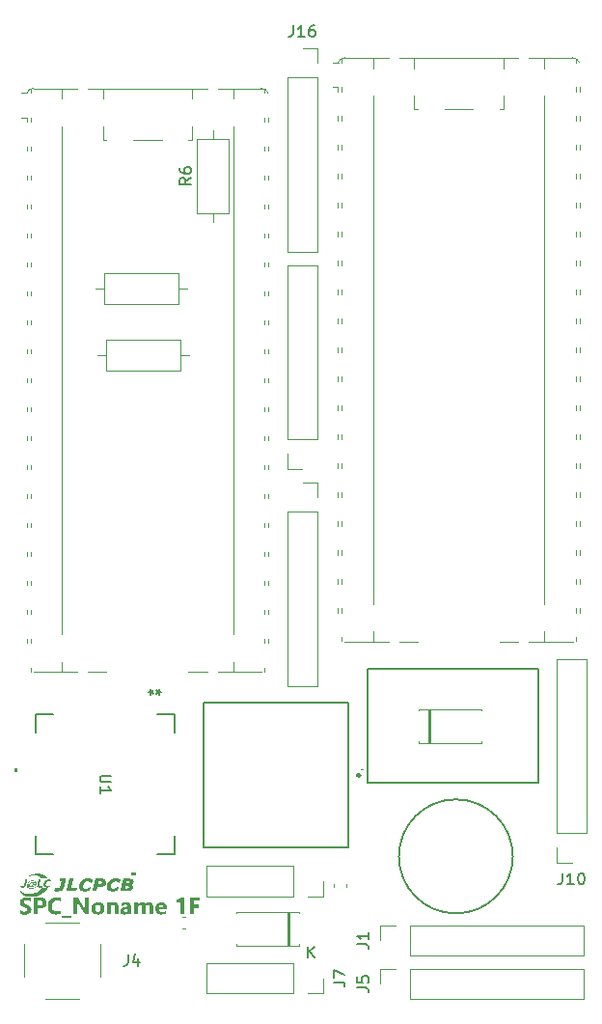
<source format=gbr>
%TF.GenerationSoftware,KiCad,Pcbnew,9.0.2*%
%TF.CreationDate,2025-11-02T21:23:42+09:00*%
%TF.ProjectId,kicad2026_2,6b696361-6432-4303-9236-5f322e6b6963,rev?*%
%TF.SameCoordinates,Original*%
%TF.FileFunction,Legend,Top*%
%TF.FilePolarity,Positive*%
%FSLAX46Y46*%
G04 Gerber Fmt 4.6, Leading zero omitted, Abs format (unit mm)*
G04 Created by KiCad (PCBNEW 9.0.2) date 2025-11-02 21:23:42*
%MOMM*%
%LPD*%
G01*
G04 APERTURE LIST*
%ADD10C,0.200000*%
%ADD11C,0.150000*%
%ADD12C,0.120000*%
%ADD13C,0.100000*%
%ADD14C,0.000000*%
%ADD15C,0.250000*%
%ADD16C,0.152400*%
G04 APERTURE END LIST*
D10*
G36*
X106018383Y-153101923D02*
G01*
X106018383Y-152771737D01*
X106111967Y-152838781D01*
X106212007Y-152886043D01*
X106317648Y-152914721D01*
X106423124Y-152924145D01*
X106483608Y-152921152D01*
X106532301Y-152912971D01*
X106576368Y-152899007D01*
X106610153Y-152881738D01*
X106637936Y-152859490D01*
X106656773Y-152834752D01*
X106668298Y-152806556D01*
X106672160Y-152775951D01*
X106665960Y-152735156D01*
X106647522Y-152699197D01*
X106619342Y-152667502D01*
X106580386Y-152636732D01*
X106479453Y-152581503D01*
X106353515Y-152527189D01*
X106242760Y-152472598D01*
X106158715Y-152414129D01*
X106096785Y-152352159D01*
X106050238Y-152279319D01*
X106022015Y-152196931D01*
X106012247Y-152102390D01*
X106017731Y-152027101D01*
X106033344Y-151961954D01*
X106058317Y-151905286D01*
X106112701Y-151830256D01*
X106183888Y-151769640D01*
X106268246Y-151724022D01*
X106367803Y-151691329D01*
X106474265Y-151672637D01*
X106589179Y-151666233D01*
X106700710Y-151669896D01*
X106792511Y-151679972D01*
X106878877Y-151697699D01*
X106956001Y-151722195D01*
X106956001Y-152026186D01*
X106875493Y-151982406D01*
X106785825Y-151950990D01*
X106694142Y-151932580D01*
X106607589Y-151926535D01*
X106552665Y-151929334D01*
X106505098Y-151937251D01*
X106461403Y-151950609D01*
X106427246Y-151967385D01*
X106398616Y-151989146D01*
X106378061Y-152013913D01*
X106365059Y-152042502D01*
X106360659Y-152074729D01*
X106365572Y-152109847D01*
X106380076Y-152140767D01*
X106402833Y-152168306D01*
X106435397Y-152195996D01*
X106522501Y-152247195D01*
X106638363Y-152298944D01*
X106723634Y-152337749D01*
X106796633Y-152377255D01*
X106862753Y-152422044D01*
X106917075Y-152470861D01*
X106961394Y-152526819D01*
X106993920Y-152590204D01*
X107013549Y-152660667D01*
X107020573Y-152746275D01*
X107014915Y-152827072D01*
X106999013Y-152895111D01*
X106973953Y-152952538D01*
X106918971Y-153028084D01*
X106847374Y-153087727D01*
X106762463Y-153131500D01*
X106661444Y-153161915D01*
X106553577Y-153178698D01*
X106437504Y-153184447D01*
X106318336Y-153179163D01*
X106207427Y-153163747D01*
X106103074Y-153137148D01*
X106018383Y-153101923D01*
G37*
G36*
X107926294Y-151698938D02*
G01*
X108041852Y-151724283D01*
X108133394Y-151762982D01*
X108205331Y-151813658D01*
X108260825Y-151876425D01*
X108301522Y-151952876D01*
X108327375Y-152045905D01*
X108336645Y-152159451D01*
X108326235Y-152267398D01*
X108296233Y-152361542D01*
X108247069Y-152444678D01*
X108177276Y-152518671D01*
X108094431Y-152576750D01*
X107997709Y-152619439D01*
X107884511Y-152646352D01*
X107751561Y-152655875D01*
X107593750Y-152655875D01*
X107593750Y-153161000D01*
X107262831Y-153161000D01*
X107262831Y-152404824D01*
X107593750Y-152404824D01*
X107723901Y-152404824D01*
X107811930Y-152396996D01*
X107877135Y-152376016D01*
X107924925Y-152344113D01*
X107958927Y-152301254D01*
X107980466Y-152245166D01*
X107988324Y-152171724D01*
X107980555Y-152100297D01*
X107959214Y-152045592D01*
X107925405Y-152003630D01*
X107877690Y-151972268D01*
X107812349Y-151951579D01*
X107723901Y-151943846D01*
X107593750Y-151943846D01*
X107593750Y-152404824D01*
X107262831Y-152404824D01*
X107262831Y-151689681D01*
X107781328Y-151689681D01*
X107926294Y-151698938D01*
G37*
G36*
X109605822Y-153106411D02*
G01*
X109495733Y-153147550D01*
X109357685Y-153174575D01*
X109185694Y-153184447D01*
X109049554Y-153175624D01*
X108930623Y-153150461D01*
X108826344Y-153110294D01*
X108734603Y-153055579D01*
X108653825Y-152985877D01*
X108585610Y-152903289D01*
X108532179Y-152810699D01*
X108493089Y-152706696D01*
X108468711Y-152589404D01*
X108460201Y-152456573D01*
X108469607Y-152315923D01*
X108496690Y-152190530D01*
X108540392Y-152078126D01*
X108600554Y-151976846D01*
X108677913Y-151885319D01*
X108769093Y-151807259D01*
X108869644Y-151746698D01*
X108980889Y-151702802D01*
X109104641Y-151675650D01*
X109243122Y-151666233D01*
X109386190Y-151672995D01*
X109505961Y-151691804D01*
X109605822Y-151720822D01*
X109605822Y-152041390D01*
X109504131Y-151991682D01*
X109392831Y-151961460D01*
X109269683Y-151951081D01*
X109167947Y-151959784D01*
X109079924Y-151984674D01*
X109003100Y-152024920D01*
X108935650Y-152081049D01*
X108881472Y-152149554D01*
X108842048Y-152229462D01*
X108817340Y-152322982D01*
X108808614Y-152433034D01*
X108816842Y-152538628D01*
X108840165Y-152628671D01*
X108877389Y-152705868D01*
X108928506Y-152772287D01*
X108992291Y-152826633D01*
X109065938Y-152865745D01*
X109151377Y-152890051D01*
X109251273Y-152898591D01*
X109377796Y-152887837D01*
X109495327Y-152856156D01*
X109605822Y-152803428D01*
X109605822Y-153106411D01*
G37*
G36*
X110565422Y-153464624D02*
G01*
X109694482Y-153464624D01*
X109694482Y-153342716D01*
X110565422Y-153342716D01*
X110565422Y-153464624D01*
G37*
G36*
X112054876Y-153161000D02*
G01*
X111720843Y-153161000D01*
X111115151Y-152236571D01*
X111041421Y-152114480D01*
X111037299Y-152114480D01*
X111045542Y-152352525D01*
X111045542Y-153161000D01*
X110733034Y-153161000D01*
X110733034Y-151689681D01*
X111089598Y-151689681D01*
X111672666Y-152585350D01*
X111746397Y-152705426D01*
X111750519Y-152705426D01*
X111744898Y-152641789D01*
X111742275Y-152503284D01*
X111742275Y-151689681D01*
X112054876Y-151689681D01*
X112054876Y-153161000D01*
G37*
G36*
X113004346Y-152098444D02*
G01*
X113113646Y-152127083D01*
X113206071Y-152172548D01*
X113284394Y-152234739D01*
X113348391Y-152312350D01*
X113394414Y-152401191D01*
X113422955Y-152503442D01*
X113432955Y-152622078D01*
X113422456Y-152750860D01*
X113392720Y-152860154D01*
X113345205Y-152953468D01*
X113279723Y-153033413D01*
X113198957Y-153097679D01*
X113104104Y-153144555D01*
X112992409Y-153174016D01*
X112860236Y-153184447D01*
X112729899Y-153174297D01*
X112619977Y-153145666D01*
X112526861Y-153100194D01*
X112447801Y-153037993D01*
X112383526Y-152960364D01*
X112336994Y-152870037D01*
X112307931Y-152764530D01*
X112297684Y-152640487D01*
X112298028Y-152636366D01*
X112626587Y-152636366D01*
X112635091Y-152737988D01*
X112657735Y-152812553D01*
X112691784Y-152866493D01*
X112736874Y-152904304D01*
X112795071Y-152927950D01*
X112870494Y-152936510D01*
X112941157Y-152928050D01*
X112996207Y-152904505D01*
X113039410Y-152866394D01*
X113072460Y-152811276D01*
X113094659Y-152734180D01*
X113103044Y-152628214D01*
X113094821Y-152529127D01*
X113072944Y-152456515D01*
X113040099Y-152404080D01*
X112996687Y-152367399D01*
X112940762Y-152344502D01*
X112868388Y-152336222D01*
X112795611Y-152345466D01*
X112737316Y-152371594D01*
X112690060Y-152414624D01*
X112656427Y-152470293D01*
X112634601Y-152542656D01*
X112626587Y-152636366D01*
X112298028Y-152636366D01*
X112308378Y-152512328D01*
X112338604Y-152404289D01*
X112386852Y-152312664D01*
X112453389Y-152234739D01*
X112535147Y-152172470D01*
X112630690Y-152126980D01*
X112742667Y-152098393D01*
X112874524Y-152088285D01*
X113004346Y-152098444D01*
G37*
G36*
X114657253Y-153161000D02*
G01*
X114334486Y-153161000D01*
X114334486Y-152579488D01*
X114325411Y-152481115D01*
X114301975Y-152414705D01*
X114267477Y-152371312D01*
X114221555Y-152345458D01*
X114160280Y-152336222D01*
X114107257Y-152343471D01*
X114061811Y-152364620D01*
X114021977Y-152400610D01*
X113992363Y-152446227D01*
X113974094Y-152500011D01*
X113967664Y-152564101D01*
X113967664Y-153161000D01*
X113643889Y-153161000D01*
X113643889Y-152111732D01*
X113967664Y-152111732D01*
X113967664Y-152279802D01*
X113971785Y-152279802D01*
X114023652Y-152209366D01*
X114082219Y-152156554D01*
X114148166Y-152119155D01*
X114222984Y-152096248D01*
X114308840Y-152088285D01*
X114402714Y-152097392D01*
X114477864Y-152122716D01*
X114538330Y-152162888D01*
X114586682Y-152218810D01*
X114623682Y-152293516D01*
X114648180Y-152391810D01*
X114657253Y-152519862D01*
X114657253Y-153161000D01*
G37*
G36*
X115450181Y-152096423D02*
G01*
X115541409Y-152118897D01*
X115614953Y-152153703D01*
X115673980Y-152200161D01*
X115720547Y-152258982D01*
X115755397Y-152332186D01*
X115777883Y-152422908D01*
X115786021Y-152535158D01*
X115786021Y-153161000D01*
X115479649Y-153161000D01*
X115479649Y-153008134D01*
X115475527Y-153008134D01*
X115428226Y-153072765D01*
X115374367Y-153121345D01*
X115313283Y-153155851D01*
X115243530Y-153177055D01*
X115163019Y-153184447D01*
X115064696Y-153174014D01*
X114986039Y-153144874D01*
X114922684Y-153098168D01*
X114874880Y-153035738D01*
X114845512Y-152960212D01*
X114835123Y-152867816D01*
X114839204Y-152829898D01*
X115133252Y-152829898D01*
X115142981Y-152880130D01*
X115171628Y-152919840D01*
X115215322Y-152945616D01*
X115275676Y-152954920D01*
X115333744Y-152947711D01*
X115382532Y-152926984D01*
X115424236Y-152892454D01*
X115455757Y-152847819D01*
X115474957Y-152795811D01*
X115481664Y-152734368D01*
X115481664Y-152664210D01*
X115291063Y-152688573D01*
X115216217Y-152707362D01*
X115169397Y-152737143D01*
X115142621Y-152776911D01*
X115133252Y-152829898D01*
X114839204Y-152829898D01*
X114845362Y-152772685D01*
X114874114Y-152695710D01*
X114920503Y-152632844D01*
X114986451Y-152581802D01*
X115076400Y-152542398D01*
X115196816Y-152516565D01*
X115481664Y-152478738D01*
X115473669Y-152415560D01*
X115452005Y-152370069D01*
X115417439Y-152337608D01*
X115367110Y-152316518D01*
X115295185Y-152308561D01*
X115203524Y-152315533D01*
X115114162Y-152336432D01*
X115026135Y-152371707D01*
X114938621Y-152422409D01*
X114938621Y-152176945D01*
X115013125Y-152145819D01*
X115123543Y-152115121D01*
X115238736Y-152094609D01*
X115337225Y-152088285D01*
X115450181Y-152096423D01*
G37*
G36*
X117708976Y-153161000D02*
G01*
X117386209Y-153161000D01*
X117386209Y-152564101D01*
X117377564Y-152472460D01*
X117355173Y-152410332D01*
X117322041Y-152369493D01*
X117277657Y-152345006D01*
X117218139Y-152336222D01*
X117168247Y-152343799D01*
X117125524Y-152366091D01*
X117087988Y-152404732D01*
X117060727Y-152452629D01*
X117043773Y-152508845D01*
X117037796Y-152575366D01*
X117037796Y-153161000D01*
X116714022Y-153161000D01*
X116714022Y-152557964D01*
X116705569Y-152468937D01*
X116683656Y-152408505D01*
X116651180Y-152368711D01*
X116607597Y-152344808D01*
X116549066Y-152336222D01*
X116496908Y-152343635D01*
X116453368Y-152365109D01*
X116416259Y-152401618D01*
X116389805Y-152447738D01*
X116372797Y-152505979D01*
X116366617Y-152579488D01*
X116366617Y-153161000D01*
X116042842Y-153161000D01*
X116042842Y-152111732D01*
X116366617Y-152111732D01*
X116366617Y-152277787D01*
X116370739Y-152277787D01*
X116408311Y-152225712D01*
X116454947Y-152180262D01*
X116511606Y-152141041D01*
X116573830Y-152111772D01*
X116639582Y-152094226D01*
X116709900Y-152088285D01*
X116796343Y-152096750D01*
X116867404Y-152120568D01*
X116926279Y-152158771D01*
X116975013Y-152212308D01*
X117014257Y-152283923D01*
X117067793Y-152212319D01*
X117128629Y-152158407D01*
X117197537Y-152120069D01*
X117276126Y-152096500D01*
X117366700Y-152088285D01*
X117459059Y-152097205D01*
X117532949Y-152121996D01*
X117592349Y-152161292D01*
X117639802Y-152215940D01*
X117676083Y-152288874D01*
X117700088Y-152384761D01*
X117708976Y-152509604D01*
X117708976Y-153161000D01*
G37*
G36*
X118541323Y-152097679D02*
G01*
X118636183Y-152124112D01*
X118715756Y-152166097D01*
X118782606Y-152223748D01*
X118835866Y-152294667D01*
X118874888Y-152377874D01*
X118899470Y-152475735D01*
X118908177Y-152591303D01*
X118908177Y-152726675D01*
X118223717Y-152726675D01*
X118236596Y-152797460D01*
X118262225Y-152852307D01*
X118300018Y-152894696D01*
X118351579Y-152926402D01*
X118420452Y-152947205D01*
X118511680Y-152954920D01*
X118624815Y-152945501D01*
X118725516Y-152918258D01*
X118816037Y-152873770D01*
X118816037Y-153106778D01*
X118715960Y-153147927D01*
X118591681Y-153174715D01*
X118437949Y-153184447D01*
X118311440Y-153174628D01*
X118205866Y-153147060D01*
X118117466Y-153103490D01*
X118043375Y-153044129D01*
X117983891Y-152970058D01*
X117940331Y-152882110D01*
X117912833Y-152777525D01*
X117903057Y-152652669D01*
X117913116Y-152527922D01*
X118221702Y-152527922D01*
X118608034Y-152527922D01*
X118599098Y-152440783D01*
X118575682Y-152380737D01*
X118540324Y-152340358D01*
X118491830Y-152315574D01*
X118425584Y-152306546D01*
X118376436Y-152313463D01*
X118332050Y-152334093D01*
X118290854Y-152369927D01*
X118258330Y-152414884D01*
X118235247Y-152467066D01*
X118221702Y-152527922D01*
X117913116Y-152527922D01*
X117913444Y-152523850D01*
X117942874Y-152414358D01*
X117989893Y-152320742D01*
X118054640Y-152240418D01*
X118135167Y-152173635D01*
X118223018Y-152126614D01*
X118319781Y-152098090D01*
X118427691Y-152088285D01*
X118541323Y-152097679D01*
G37*
G36*
X120396349Y-151660371D02*
G01*
X120396349Y-153161000D01*
X120073582Y-153161000D01*
X120073582Y-152024812D01*
X120010568Y-152069326D01*
X119933173Y-152107244D01*
X119848177Y-152135912D01*
X119761073Y-152152765D01*
X119761073Y-151880190D01*
X119884158Y-151838007D01*
X119998752Y-151786126D01*
X120106402Y-151725247D01*
X120200619Y-151660371D01*
X120396349Y-151660371D01*
G37*
G36*
X121768841Y-151959142D02*
G01*
X121250344Y-151959142D01*
X121250344Y-152322758D01*
X121726893Y-152322758D01*
X121726893Y-152591211D01*
X121250344Y-152591211D01*
X121250344Y-153161000D01*
X120919426Y-153161000D01*
X120919426Y-151689681D01*
X121768841Y-151689681D01*
X121768841Y-151959142D01*
G37*
D11*
X135622819Y-159591333D02*
X136337104Y-159591333D01*
X136337104Y-159591333D02*
X136479961Y-159638952D01*
X136479961Y-159638952D02*
X136575200Y-159734190D01*
X136575200Y-159734190D02*
X136622819Y-159877047D01*
X136622819Y-159877047D02*
X136622819Y-159972285D01*
X135622819Y-158638952D02*
X135622819Y-159115142D01*
X135622819Y-159115142D02*
X136099009Y-159162761D01*
X136099009Y-159162761D02*
X136051390Y-159115142D01*
X136051390Y-159115142D02*
X136003771Y-159019904D01*
X136003771Y-159019904D02*
X136003771Y-158781809D01*
X136003771Y-158781809D02*
X136051390Y-158686571D01*
X136051390Y-158686571D02*
X136099009Y-158638952D01*
X136099009Y-158638952D02*
X136194247Y-158591333D01*
X136194247Y-158591333D02*
X136432342Y-158591333D01*
X136432342Y-158591333D02*
X136527580Y-158638952D01*
X136527580Y-158638952D02*
X136575200Y-158686571D01*
X136575200Y-158686571D02*
X136622819Y-158781809D01*
X136622819Y-158781809D02*
X136622819Y-159019904D01*
X136622819Y-159019904D02*
X136575200Y-159115142D01*
X136575200Y-159115142D02*
X136527580Y-159162761D01*
X135622819Y-155781333D02*
X136337104Y-155781333D01*
X136337104Y-155781333D02*
X136479961Y-155828952D01*
X136479961Y-155828952D02*
X136575200Y-155924190D01*
X136575200Y-155924190D02*
X136622819Y-156067047D01*
X136622819Y-156067047D02*
X136622819Y-156162285D01*
X136622819Y-154781333D02*
X136622819Y-155352761D01*
X136622819Y-155067047D02*
X135622819Y-155067047D01*
X135622819Y-155067047D02*
X135765676Y-155162285D01*
X135765676Y-155162285D02*
X135860914Y-155257523D01*
X135860914Y-155257523D02*
X135908533Y-155352761D01*
X131310095Y-156986819D02*
X131310095Y-155986819D01*
X131881523Y-156986819D02*
X131452952Y-156415390D01*
X131881523Y-155986819D02*
X131310095Y-156558247D01*
X130000476Y-75170819D02*
X130000476Y-75885104D01*
X130000476Y-75885104D02*
X129952857Y-76027961D01*
X129952857Y-76027961D02*
X129857619Y-76123200D01*
X129857619Y-76123200D02*
X129714762Y-76170819D01*
X129714762Y-76170819D02*
X129619524Y-76170819D01*
X131000476Y-76170819D02*
X130429048Y-76170819D01*
X130714762Y-76170819D02*
X130714762Y-75170819D01*
X130714762Y-75170819D02*
X130619524Y-75313676D01*
X130619524Y-75313676D02*
X130524286Y-75408914D01*
X130524286Y-75408914D02*
X130429048Y-75456533D01*
X131857619Y-75170819D02*
X131667143Y-75170819D01*
X131667143Y-75170819D02*
X131571905Y-75218438D01*
X131571905Y-75218438D02*
X131524286Y-75266057D01*
X131524286Y-75266057D02*
X131429048Y-75408914D01*
X131429048Y-75408914D02*
X131381429Y-75599390D01*
X131381429Y-75599390D02*
X131381429Y-75980342D01*
X131381429Y-75980342D02*
X131429048Y-76075580D01*
X131429048Y-76075580D02*
X131476667Y-76123200D01*
X131476667Y-76123200D02*
X131571905Y-76170819D01*
X131571905Y-76170819D02*
X131762381Y-76170819D01*
X131762381Y-76170819D02*
X131857619Y-76123200D01*
X131857619Y-76123200D02*
X131905238Y-76075580D01*
X131905238Y-76075580D02*
X131952857Y-75980342D01*
X131952857Y-75980342D02*
X131952857Y-75742247D01*
X131952857Y-75742247D02*
X131905238Y-75647009D01*
X131905238Y-75647009D02*
X131857619Y-75599390D01*
X131857619Y-75599390D02*
X131762381Y-75551771D01*
X131762381Y-75551771D02*
X131571905Y-75551771D01*
X131571905Y-75551771D02*
X131476667Y-75599390D01*
X131476667Y-75599390D02*
X131429048Y-75647009D01*
X131429048Y-75647009D02*
X131381429Y-75742247D01*
X153622476Y-149544819D02*
X153622476Y-150259104D01*
X153622476Y-150259104D02*
X153574857Y-150401961D01*
X153574857Y-150401961D02*
X153479619Y-150497200D01*
X153479619Y-150497200D02*
X153336762Y-150544819D01*
X153336762Y-150544819D02*
X153241524Y-150544819D01*
X154622476Y-150544819D02*
X154051048Y-150544819D01*
X154336762Y-150544819D02*
X154336762Y-149544819D01*
X154336762Y-149544819D02*
X154241524Y-149687676D01*
X154241524Y-149687676D02*
X154146286Y-149782914D01*
X154146286Y-149782914D02*
X154051048Y-149830533D01*
X155241524Y-149544819D02*
X155336762Y-149544819D01*
X155336762Y-149544819D02*
X155432000Y-149592438D01*
X155432000Y-149592438D02*
X155479619Y-149640057D01*
X155479619Y-149640057D02*
X155527238Y-149735295D01*
X155527238Y-149735295D02*
X155574857Y-149925771D01*
X155574857Y-149925771D02*
X155574857Y-150163866D01*
X155574857Y-150163866D02*
X155527238Y-150354342D01*
X155527238Y-150354342D02*
X155479619Y-150449580D01*
X155479619Y-150449580D02*
X155432000Y-150497200D01*
X155432000Y-150497200D02*
X155336762Y-150544819D01*
X155336762Y-150544819D02*
X155241524Y-150544819D01*
X155241524Y-150544819D02*
X155146286Y-150497200D01*
X155146286Y-150497200D02*
X155098667Y-150449580D01*
X155098667Y-150449580D02*
X155051048Y-150354342D01*
X155051048Y-150354342D02*
X155003429Y-150163866D01*
X155003429Y-150163866D02*
X155003429Y-149925771D01*
X155003429Y-149925771D02*
X155051048Y-149735295D01*
X155051048Y-149735295D02*
X155098667Y-149640057D01*
X155098667Y-149640057D02*
X155146286Y-149592438D01*
X155146286Y-149592438D02*
X155241524Y-149544819D01*
X114032380Y-140990095D02*
X113222857Y-140990095D01*
X113222857Y-140990095D02*
X113127619Y-141037714D01*
X113127619Y-141037714D02*
X113080000Y-141085333D01*
X113080000Y-141085333D02*
X113032380Y-141180571D01*
X113032380Y-141180571D02*
X113032380Y-141371047D01*
X113032380Y-141371047D02*
X113080000Y-141466285D01*
X113080000Y-141466285D02*
X113127619Y-141513904D01*
X113127619Y-141513904D02*
X113222857Y-141561523D01*
X113222857Y-141561523D02*
X114032380Y-141561523D01*
X113032380Y-142561523D02*
X113032380Y-141990095D01*
X113032380Y-142275809D02*
X114032380Y-142275809D01*
X114032380Y-142275809D02*
X113889523Y-142180571D01*
X113889523Y-142180571D02*
X113794285Y-142085333D01*
X113794285Y-142085333D02*
X113746666Y-141990095D01*
X118407380Y-133662100D02*
X118169285Y-133662100D01*
X118264523Y-133424005D02*
X118169285Y-133662100D01*
X118169285Y-133662100D02*
X118264523Y-133900195D01*
X117978809Y-133519243D02*
X118169285Y-133662100D01*
X118169285Y-133662100D02*
X117978809Y-133804957D01*
X117317019Y-133662099D02*
X117555114Y-133662099D01*
X117459876Y-133900194D02*
X117555114Y-133662099D01*
X117555114Y-133662099D02*
X117459876Y-133424004D01*
X117745590Y-133804956D02*
X117555114Y-133662099D01*
X117555114Y-133662099D02*
X117745590Y-133519242D01*
X133532819Y-159108333D02*
X134247104Y-159108333D01*
X134247104Y-159108333D02*
X134389961Y-159155952D01*
X134389961Y-159155952D02*
X134485200Y-159251190D01*
X134485200Y-159251190D02*
X134532819Y-159394047D01*
X134532819Y-159394047D02*
X134532819Y-159489285D01*
X133532819Y-158727380D02*
X133532819Y-158060714D01*
X133532819Y-158060714D02*
X134532819Y-158489285D01*
X121020819Y-88558666D02*
X120544628Y-88891999D01*
X121020819Y-89130094D02*
X120020819Y-89130094D01*
X120020819Y-89130094D02*
X120020819Y-88749142D01*
X120020819Y-88749142D02*
X120068438Y-88653904D01*
X120068438Y-88653904D02*
X120116057Y-88606285D01*
X120116057Y-88606285D02*
X120211295Y-88558666D01*
X120211295Y-88558666D02*
X120354152Y-88558666D01*
X120354152Y-88558666D02*
X120449390Y-88606285D01*
X120449390Y-88606285D02*
X120497009Y-88653904D01*
X120497009Y-88653904D02*
X120544628Y-88749142D01*
X120544628Y-88749142D02*
X120544628Y-89130094D01*
X120020819Y-87701523D02*
X120020819Y-87891999D01*
X120020819Y-87891999D02*
X120068438Y-87987237D01*
X120068438Y-87987237D02*
X120116057Y-88034856D01*
X120116057Y-88034856D02*
X120258914Y-88130094D01*
X120258914Y-88130094D02*
X120449390Y-88177713D01*
X120449390Y-88177713D02*
X120830342Y-88177713D01*
X120830342Y-88177713D02*
X120925580Y-88130094D01*
X120925580Y-88130094D02*
X120973200Y-88082475D01*
X120973200Y-88082475D02*
X121020819Y-87987237D01*
X121020819Y-87987237D02*
X121020819Y-87796761D01*
X121020819Y-87796761D02*
X120973200Y-87701523D01*
X120973200Y-87701523D02*
X120925580Y-87653904D01*
X120925580Y-87653904D02*
X120830342Y-87606285D01*
X120830342Y-87606285D02*
X120592247Y-87606285D01*
X120592247Y-87606285D02*
X120497009Y-87653904D01*
X120497009Y-87653904D02*
X120449390Y-87701523D01*
X120449390Y-87701523D02*
X120401771Y-87796761D01*
X120401771Y-87796761D02*
X120401771Y-87987237D01*
X120401771Y-87987237D02*
X120449390Y-88082475D01*
X120449390Y-88082475D02*
X120497009Y-88130094D01*
X120497009Y-88130094D02*
X120592247Y-88177713D01*
X115490666Y-156680819D02*
X115490666Y-157395104D01*
X115490666Y-157395104D02*
X115443047Y-157537961D01*
X115443047Y-157537961D02*
X115347809Y-157633200D01*
X115347809Y-157633200D02*
X115204952Y-157680819D01*
X115204952Y-157680819D02*
X115109714Y-157680819D01*
X116395428Y-157014152D02*
X116395428Y-157680819D01*
X116157333Y-156633200D02*
X115919238Y-157347485D01*
X115919238Y-157347485D02*
X116538285Y-157347485D01*
D12*
%TO.C,J5*%
X137608000Y-157928000D02*
X138938000Y-157928000D01*
X137608000Y-159258000D02*
X137608000Y-157928000D01*
X140208000Y-157928000D02*
X155508000Y-157928000D01*
X140208000Y-160588000D02*
X140208000Y-157928000D01*
X140208000Y-160588000D02*
X155508000Y-160588000D01*
X155508000Y-160588000D02*
X155508000Y-157928000D01*
D13*
%TO.C,IC1*%
X135968000Y-140462000D02*
X135968000Y-140462000D01*
X136068000Y-140462000D02*
X136068000Y-140462000D01*
D10*
X136518000Y-131652000D02*
X151518000Y-131652000D01*
X136518000Y-141652000D02*
X136518000Y-131652000D01*
X151518000Y-131652000D02*
X151518000Y-141652000D01*
X151518000Y-141652000D02*
X136518000Y-141652000D01*
D13*
X135968000Y-140462000D02*
G75*
G02*
X136068000Y-140462000I50000J0D01*
G01*
X136068000Y-140462000D02*
G75*
G02*
X135968000Y-140462000I-50000J0D01*
G01*
D12*
%TO.C,J1*%
X137608000Y-154118000D02*
X138938000Y-154118000D01*
X137608000Y-155448000D02*
X137608000Y-154118000D01*
X140208000Y-154118000D02*
X155508000Y-154118000D01*
X140208000Y-156778000D02*
X140208000Y-154118000D01*
X140208000Y-156778000D02*
X155508000Y-156778000D01*
X155508000Y-156778000D02*
X155508000Y-154118000D01*
D14*
%TO.C,G\u002A\u002A\u002A*%
G36*
X106631154Y-149884422D02*
G01*
X106626269Y-149889307D01*
X106621384Y-149884422D01*
X106626269Y-149879538D01*
X106631154Y-149884422D01*
G37*
G36*
X107725380Y-149604950D02*
G01*
X107864814Y-149623840D01*
X107994589Y-149658737D01*
X108018732Y-149667438D01*
X108141525Y-149721753D01*
X108247961Y-149784731D01*
X108282946Y-149811050D01*
X108323705Y-149846172D01*
X108366286Y-149886190D01*
X108406735Y-149927194D01*
X108441099Y-149965277D01*
X108465425Y-149996530D01*
X108470764Y-150005005D01*
X108488412Y-150035846D01*
X108219141Y-150035846D01*
X107949870Y-150035846D01*
X107928105Y-150008980D01*
X107850361Y-149924962D01*
X107766690Y-149858489D01*
X107674527Y-149807860D01*
X107571307Y-149771372D01*
X107569000Y-149770745D01*
X107504053Y-149757913D01*
X107425036Y-149749869D01*
X107336818Y-149746615D01*
X107244273Y-149748156D01*
X107152273Y-149754493D01*
X107065690Y-149765631D01*
X107038984Y-149770389D01*
X106977868Y-149783544D01*
X106904540Y-149801502D01*
X106825221Y-149822592D01*
X106746134Y-149845144D01*
X106673501Y-149867487D01*
X106655577Y-149873342D01*
X106647530Y-149875088D01*
X106654660Y-149870199D01*
X106674267Y-149859938D01*
X106703658Y-149845566D01*
X106740134Y-149828346D01*
X106780999Y-149809539D01*
X106823556Y-149790407D01*
X106865110Y-149772212D01*
X106902964Y-149756216D01*
X106924230Y-149747625D01*
X107094430Y-149687759D01*
X107260813Y-149643473D01*
X107422212Y-149614853D01*
X107577457Y-149601983D01*
X107725380Y-149604950D01*
G37*
G36*
X107758094Y-150105062D02*
G01*
X107788023Y-150107277D01*
X107804971Y-150110458D01*
X107806941Y-150111726D01*
X107806311Y-150122908D01*
X107802206Y-150150696D01*
X107795074Y-150192555D01*
X107785366Y-150245950D01*
X107773530Y-150308346D01*
X107760015Y-150377209D01*
X107758895Y-150382822D01*
X107745231Y-150452365D01*
X107733192Y-150515898D01*
X107723234Y-150570829D01*
X107715813Y-150614568D01*
X107711383Y-150644525D01*
X107710401Y-150658108D01*
X107710470Y-150658370D01*
X107719270Y-150663635D01*
X107742477Y-150667656D01*
X107781641Y-150670587D01*
X107838309Y-150672581D01*
X107859227Y-150673024D01*
X108003730Y-150675730D01*
X108001138Y-150717008D01*
X107997194Y-150749759D01*
X107990731Y-150778380D01*
X107989168Y-150782951D01*
X107979791Y-150807615D01*
X107745664Y-150807615D01*
X107680018Y-150807292D01*
X107621064Y-150806385D01*
X107571550Y-150804987D01*
X107534224Y-150803191D01*
X107511834Y-150801089D01*
X107506550Y-150799546D01*
X107507466Y-150788947D01*
X107511678Y-150761777D01*
X107518698Y-150720633D01*
X107528038Y-150668114D01*
X107539212Y-150606816D01*
X107551731Y-150539336D01*
X107565108Y-150468274D01*
X107578855Y-150396225D01*
X107592485Y-150325788D01*
X107605511Y-150259560D01*
X107617444Y-150200139D01*
X107627797Y-150150122D01*
X107632937Y-150126211D01*
X107636598Y-150115488D01*
X107644544Y-150108967D01*
X107660889Y-150105610D01*
X107689742Y-150104381D01*
X107720032Y-150104230D01*
X107758094Y-150105062D01*
G37*
G36*
X108412107Y-150917519D02*
G01*
X108318352Y-151045849D01*
X108208526Y-151164297D01*
X108083884Y-151272012D01*
X107945680Y-151368142D01*
X107795168Y-151451838D01*
X107633604Y-151522250D01*
X107462241Y-151578525D01*
X107420907Y-151589550D01*
X107312902Y-151613737D01*
X107201589Y-151632467D01*
X107091583Y-151645278D01*
X106987501Y-151651706D01*
X106893958Y-151651291D01*
X106843484Y-151647416D01*
X106767187Y-151635779D01*
X106681718Y-151617721D01*
X106595504Y-151595305D01*
X106516971Y-151570598D01*
X106490704Y-151560964D01*
X106382128Y-151510421D01*
X106283838Y-151447148D01*
X106198174Y-151373041D01*
X106127476Y-151289996D01*
X106095835Y-151241222D01*
X106074609Y-151199592D01*
X106053485Y-151149442D01*
X106034274Y-151096141D01*
X106018787Y-151045058D01*
X106008834Y-151001563D01*
X106006073Y-150975041D01*
X106007533Y-150964037D01*
X106012884Y-150965482D01*
X106023874Y-150981088D01*
X106039590Y-151007884D01*
X106104026Y-151103220D01*
X106181065Y-151184247D01*
X106272033Y-151252206D01*
X106342961Y-151291804D01*
X106420229Y-151326449D01*
X106494664Y-151351414D01*
X106572307Y-151368134D01*
X106659199Y-151378042D01*
X106720026Y-151381382D01*
X106879199Y-151380091D01*
X107034143Y-151364503D01*
X107183204Y-151335294D01*
X107324728Y-151293140D01*
X107457061Y-151238714D01*
X107578551Y-151172694D01*
X107687542Y-151095754D01*
X107782381Y-151008569D01*
X107858008Y-150916666D01*
X107886500Y-150876417D01*
X108162619Y-150876208D01*
X108438738Y-150875999D01*
X108412107Y-150917519D01*
G37*
G36*
X106586735Y-150104819D02*
G01*
X106618093Y-150106764D01*
X106639603Y-150110344D01*
X106645495Y-150113494D01*
X106645679Y-150126260D01*
X106642001Y-150155016D01*
X106635094Y-150196738D01*
X106625593Y-150248402D01*
X106614130Y-150306983D01*
X106601338Y-150369458D01*
X106587851Y-150432802D01*
X106574301Y-150493992D01*
X106561323Y-150550002D01*
X106549549Y-150597809D01*
X106539613Y-150634388D01*
X106532147Y-150656716D01*
X106531398Y-150658399D01*
X106493409Y-150717407D01*
X106441160Y-150766471D01*
X106403759Y-150789760D01*
X106363972Y-150803651D01*
X106312463Y-150812440D01*
X106256475Y-150815729D01*
X106203250Y-150813122D01*
X106160031Y-150804221D01*
X106157346Y-150803271D01*
X106128502Y-150787978D01*
X106098231Y-150764707D01*
X106071158Y-150737991D01*
X106051909Y-150712367D01*
X106045082Y-150693205D01*
X106054447Y-150677522D01*
X106081969Y-150657164D01*
X106107505Y-150642620D01*
X106169845Y-150609511D01*
X106199429Y-150642620D01*
X106221921Y-150664188D01*
X106244104Y-150673713D01*
X106272988Y-150675730D01*
X106308682Y-150671872D01*
X106335031Y-150658236D01*
X106342284Y-150651943D01*
X106351630Y-150642450D01*
X106359666Y-150631659D01*
X106367028Y-150617321D01*
X106374353Y-150597186D01*
X106382276Y-150569003D01*
X106391434Y-150530524D01*
X106402463Y-150479498D01*
X106415998Y-150413676D01*
X106431701Y-150335677D01*
X106444348Y-150273403D01*
X106456022Y-150217476D01*
X106466095Y-150170778D01*
X106473942Y-150136189D01*
X106478934Y-150116591D01*
X106480084Y-150113427D01*
X106492202Y-150108812D01*
X106517925Y-150105841D01*
X106551391Y-150104510D01*
X106586735Y-150104819D01*
G37*
G36*
X108581145Y-150099861D02*
G01*
X108616404Y-150101892D01*
X108641952Y-150106167D01*
X108662695Y-150113415D01*
X108677807Y-150121105D01*
X108714930Y-150144036D01*
X108743078Y-150165856D01*
X108758765Y-150183667D01*
X108760846Y-150190090D01*
X108753906Y-150200633D01*
X108735611Y-150219630D01*
X108709747Y-150243188D01*
X108706587Y-150245904D01*
X108652328Y-150292259D01*
X108630875Y-150272164D01*
X108586974Y-150243216D01*
X108537474Y-150231015D01*
X108485213Y-150234686D01*
X108433027Y-150253353D01*
X108383755Y-150286139D01*
X108340232Y-150332169D01*
X108316035Y-150369379D01*
X108302057Y-150396457D01*
X108293448Y-150420198D01*
X108288932Y-150446911D01*
X108287235Y-150482906D01*
X108287038Y-150512825D01*
X108287038Y-150603919D01*
X108322885Y-150636792D01*
X108366398Y-150666521D01*
X108414269Y-150678997D01*
X108468016Y-150674254D01*
X108529153Y-150652326D01*
X108550050Y-150641936D01*
X108603491Y-150613825D01*
X108639843Y-150658188D01*
X108659087Y-150683721D01*
X108667478Y-150703332D01*
X108663512Y-150720027D01*
X108645686Y-150736809D01*
X108612496Y-150756681D01*
X108582730Y-150772290D01*
X108544859Y-150790843D01*
X108514417Y-150802493D01*
X108483849Y-150809150D01*
X108445604Y-150812728D01*
X108417468Y-150814123D01*
X108365164Y-150815106D01*
X108325743Y-150812454D01*
X108292783Y-150805541D01*
X108277188Y-150800460D01*
X108211729Y-150767717D01*
X108160522Y-150722310D01*
X108124194Y-150665579D01*
X108103373Y-150598866D01*
X108098687Y-150523512D01*
X108110107Y-150443624D01*
X108140403Y-150353272D01*
X108186239Y-150274647D01*
X108247854Y-150207444D01*
X108325488Y-150151360D01*
X108353623Y-150135779D01*
X108385288Y-150119765D01*
X108410216Y-150109301D01*
X108434159Y-150103206D01*
X108462867Y-150100301D01*
X108502092Y-150099408D01*
X108531269Y-150099346D01*
X108581145Y-150099861D01*
G37*
G36*
X110622343Y-150028292D02*
G01*
X110657291Y-150031588D01*
X110679383Y-150038257D01*
X110690843Y-150049179D01*
X110693892Y-150065238D01*
X110690754Y-150087316D01*
X110687593Y-150100758D01*
X110682465Y-150121193D01*
X110673165Y-150158048D01*
X110660330Y-150208804D01*
X110644596Y-150270945D01*
X110626602Y-150341951D01*
X110606984Y-150419307D01*
X110589016Y-150490115D01*
X110568788Y-150569856D01*
X110549883Y-150644493D01*
X110532889Y-150711690D01*
X110518396Y-150769110D01*
X110506994Y-150814417D01*
X110499272Y-150845276D01*
X110495925Y-150858903D01*
X110489627Y-150885769D01*
X110738130Y-150885769D01*
X110806534Y-150885994D01*
X110868955Y-150886630D01*
X110922580Y-150887612D01*
X110964597Y-150888877D01*
X110992193Y-150890362D01*
X111002085Y-150891698D01*
X111010894Y-150897075D01*
X111016055Y-150906730D01*
X111017284Y-150923090D01*
X111014301Y-150948577D01*
X111006823Y-150985617D01*
X110994568Y-151036632D01*
X110977493Y-151103134D01*
X110967939Y-151139769D01*
X110530328Y-151139769D01*
X110439687Y-151139628D01*
X110355103Y-151139224D01*
X110278571Y-151138587D01*
X110212082Y-151137746D01*
X110157630Y-151136731D01*
X110117208Y-151135569D01*
X110092810Y-151134292D01*
X110086205Y-151133256D01*
X110081388Y-151123271D01*
X110080381Y-151105195D01*
X110083520Y-151077015D01*
X110091142Y-151036719D01*
X110103583Y-150982294D01*
X110121180Y-150911729D01*
X110127142Y-150888551D01*
X110144001Y-150823146D01*
X110164138Y-150744695D01*
X110186045Y-150659097D01*
X110208213Y-150572249D01*
X110229134Y-150490049D01*
X110235318Y-150465692D01*
X110253687Y-150393527D01*
X110272107Y-150321586D01*
X110289521Y-150253965D01*
X110304873Y-150194762D01*
X110317105Y-150148074D01*
X110322270Y-150128653D01*
X110348497Y-150030961D01*
X110504987Y-150028287D01*
X110572316Y-150027486D01*
X110622343Y-150028292D01*
G37*
G36*
X112066311Y-150012188D02*
G01*
X112183471Y-150029283D01*
X112292412Y-150060701D01*
X112322650Y-150072742D01*
X112357040Y-150087907D01*
X112377093Y-150099202D01*
X112386567Y-150110127D01*
X112389223Y-150124180D01*
X112389134Y-150134628D01*
X112385993Y-150160315D01*
X112378507Y-150196688D01*
X112367904Y-150239543D01*
X112355408Y-150284674D01*
X112342246Y-150327877D01*
X112329642Y-150364945D01*
X112318824Y-150391675D01*
X112311015Y-150403861D01*
X112310599Y-150404066D01*
X112281683Y-150404888D01*
X112244903Y-150388711D01*
X112207945Y-150361684D01*
X112140228Y-150316046D01*
X112061942Y-150282422D01*
X112011437Y-150269097D01*
X111942588Y-150264192D01*
X111869150Y-150274392D01*
X111796641Y-150298084D01*
X111730582Y-150333655D01*
X111694342Y-150361814D01*
X111649341Y-150414000D01*
X111612439Y-150479678D01*
X111585423Y-150553846D01*
X111570083Y-150631505D01*
X111568208Y-150707652D01*
X111568656Y-150713117D01*
X111576182Y-150766060D01*
X111589393Y-150805836D01*
X111610864Y-150838570D01*
X111629685Y-150858234D01*
X111671489Y-150884968D01*
X111726020Y-150900232D01*
X111790410Y-150904330D01*
X111861794Y-150897565D01*
X111937304Y-150880241D01*
X112014073Y-150852661D01*
X112089235Y-150815129D01*
X112100621Y-150808401D01*
X112146858Y-150782574D01*
X112181107Y-150769104D01*
X112204079Y-150768909D01*
X112216484Y-150782906D01*
X112219032Y-150812009D01*
X112212433Y-150857138D01*
X112197397Y-150919207D01*
X112194567Y-150929639D01*
X112181549Y-150976415D01*
X112170055Y-151016377D01*
X112161202Y-151045737D01*
X112156105Y-151060709D01*
X112155668Y-151061591D01*
X112143326Y-151069719D01*
X112116307Y-151081487D01*
X112078803Y-151095469D01*
X112035006Y-151110243D01*
X111989111Y-151124381D01*
X111945309Y-151136462D01*
X111913190Y-151143978D01*
X111860171Y-151151767D01*
X111795257Y-151156535D01*
X111724662Y-151158266D01*
X111654601Y-151156944D01*
X111591290Y-151152554D01*
X111540942Y-151145079D01*
X111540192Y-151144916D01*
X111447859Y-151116236D01*
X111367985Y-151073621D01*
X111317129Y-151032984D01*
X111262831Y-150968996D01*
X111224649Y-150894796D01*
X111202474Y-150810009D01*
X111196197Y-150714261D01*
X111201918Y-150634530D01*
X111225472Y-150519336D01*
X111266243Y-150412547D01*
X111323265Y-150315429D01*
X111395567Y-150229247D01*
X111482183Y-150155265D01*
X111582142Y-150094748D01*
X111633000Y-150071507D01*
X111711210Y-150044289D01*
X111796210Y-150025284D01*
X111892755Y-150013558D01*
X111945615Y-150010191D01*
X112066311Y-150012188D01*
G37*
G36*
X112915231Y-150026837D02*
G01*
X112986930Y-150027899D01*
X113058749Y-150029634D01*
X113127919Y-150031994D01*
X113191669Y-150034935D01*
X113247228Y-150038409D01*
X113291827Y-150042371D01*
X113322695Y-150046775D01*
X113330346Y-150048583D01*
X113414738Y-150080219D01*
X113482195Y-150121552D01*
X113532687Y-150172538D01*
X113566182Y-150233128D01*
X113582649Y-150303277D01*
X113582056Y-150382936D01*
X113577114Y-150417016D01*
X113555083Y-150493837D01*
X113517547Y-150561115D01*
X113462601Y-150622241D01*
X113461249Y-150623482D01*
X113400135Y-150671611D01*
X113330502Y-150711312D01*
X113250491Y-150743128D01*
X113158246Y-150767606D01*
X113051908Y-150785292D01*
X112929622Y-150796731D01*
X112859092Y-150800392D01*
X112800530Y-150802730D01*
X112784202Y-150866230D01*
X112774636Y-150903537D01*
X112762198Y-150952198D01*
X112748824Y-151004628D01*
X112741155Y-151034749D01*
X112714436Y-151139769D01*
X112551030Y-151139769D01*
X112488709Y-151139479D01*
X112443162Y-151138455D01*
X112411630Y-151136462D01*
X112391352Y-151133269D01*
X112379572Y-151128642D01*
X112375296Y-151124915D01*
X112371678Y-151116535D01*
X112371149Y-151101840D01*
X112374135Y-151078350D01*
X112381062Y-151043584D01*
X112392355Y-150995063D01*
X112408440Y-150930306D01*
X112409253Y-150927088D01*
X112449218Y-150769276D01*
X112484699Y-150629559D01*
X112510568Y-150528080D01*
X112873842Y-150528080D01*
X112875192Y-150536582D01*
X112881820Y-150541642D01*
X112897339Y-150543791D01*
X112925363Y-150543565D01*
X112966008Y-150541679D01*
X113017121Y-150537805D01*
X113055608Y-150531451D01*
X113088357Y-150521150D01*
X113112041Y-150510569D01*
X113161207Y-150478529D01*
X113192424Y-150439444D01*
X113205446Y-150393644D01*
X113205846Y-150383300D01*
X113201546Y-150345579D01*
X113187320Y-150317611D01*
X113161182Y-150298259D01*
X113121142Y-150286381D01*
X113065212Y-150280838D01*
X113025805Y-150280076D01*
X112933060Y-150280076D01*
X112923206Y-150316711D01*
X112906911Y-150378730D01*
X112893095Y-150434145D01*
X112882493Y-150479805D01*
X112875842Y-150512556D01*
X112873842Y-150528080D01*
X112510568Y-150528080D01*
X112515924Y-150507071D01*
X112543120Y-150400943D01*
X112566516Y-150310309D01*
X112586337Y-150234303D01*
X112602813Y-150172057D01*
X112616170Y-150122703D01*
X112626635Y-150085377D01*
X112634437Y-150059209D01*
X112639802Y-150043334D01*
X112642715Y-150037155D01*
X112655512Y-150033218D01*
X112685051Y-150030230D01*
X112728563Y-150028143D01*
X112783278Y-150026913D01*
X112846424Y-150026493D01*
X112915231Y-150026837D01*
G37*
G36*
X109875629Y-150026159D02*
G01*
X109937930Y-150026755D01*
X109984807Y-150028384D01*
X110018318Y-150031566D01*
X110040518Y-150036822D01*
X110053466Y-150044672D01*
X110059218Y-150055636D01*
X110059832Y-150070236D01*
X110057365Y-150088990D01*
X110056871Y-150092101D01*
X110052863Y-150111653D01*
X110044712Y-150147022D01*
X110033170Y-150195108D01*
X110018987Y-150252812D01*
X110002915Y-150317035D01*
X109991221Y-150363115D01*
X109960690Y-150482045D01*
X109934074Y-150583677D01*
X109910725Y-150669712D01*
X109889996Y-150741849D01*
X109871239Y-150801789D01*
X109853805Y-150851233D01*
X109837046Y-150891879D01*
X109820315Y-150925430D01*
X109802964Y-150953585D01*
X109784344Y-150978044D01*
X109763809Y-151000507D01*
X109740709Y-151022675D01*
X109739428Y-151023850D01*
X109683248Y-151068291D01*
X109621847Y-151102366D01*
X109552162Y-151127063D01*
X109471128Y-151143374D01*
X109375681Y-151152289D01*
X109337230Y-151153878D01*
X109280883Y-151154838D01*
X109224484Y-151154536D01*
X109174517Y-151153081D01*
X109137467Y-151150582D01*
X109136961Y-151150528D01*
X109086672Y-151144156D01*
X109052814Y-151137136D01*
X109032282Y-151128523D01*
X109021970Y-151117372D01*
X109021040Y-151115234D01*
X109021253Y-151100691D01*
X109025841Y-151071578D01*
X109034013Y-151032168D01*
X109044560Y-150988355D01*
X109055794Y-150944118D01*
X109064991Y-150907210D01*
X109071197Y-150881499D01*
X109073461Y-150870863D01*
X109082020Y-150866531D01*
X109104256Y-150866857D01*
X109135011Y-150871310D01*
X109169124Y-150879362D01*
X109176038Y-150881401D01*
X109222164Y-150890852D01*
X109278200Y-150895582D01*
X109335724Y-150895403D01*
X109386316Y-150890126D01*
X109403021Y-150886467D01*
X109446649Y-150865146D01*
X109484908Y-150825839D01*
X109512744Y-150779685D01*
X109519505Y-150761995D01*
X109530131Y-150729152D01*
X109543713Y-150684426D01*
X109559338Y-150631087D01*
X109576098Y-150572406D01*
X109593080Y-150511651D01*
X109609374Y-150452094D01*
X109624071Y-150397003D01*
X109636258Y-150349649D01*
X109645027Y-150313302D01*
X109649465Y-150291232D01*
X109649828Y-150287403D01*
X109640866Y-150283901D01*
X109617143Y-150281310D01*
X109583431Y-150280108D01*
X109576577Y-150280076D01*
X109539124Y-150279619D01*
X109517149Y-150277523D01*
X109506601Y-150272702D01*
X109503427Y-150264069D01*
X109503307Y-150260434D01*
X109505347Y-150243643D01*
X109510737Y-150213097D01*
X109518388Y-150174070D01*
X109527207Y-150131835D01*
X109536104Y-150091664D01*
X109543986Y-150058831D01*
X109548275Y-150043172D01*
X109551231Y-150037861D01*
X109557996Y-150033773D01*
X109570857Y-150030750D01*
X109592102Y-150028633D01*
X109624020Y-150027266D01*
X109668900Y-150026490D01*
X109729030Y-150026146D01*
X109795846Y-150026076D01*
X109875629Y-150026159D01*
G37*
G36*
X114473641Y-150013468D02*
G01*
X114547257Y-150018625D01*
X114611213Y-150027439D01*
X114622384Y-150029650D01*
X114682807Y-150044376D01*
X114737057Y-150061372D01*
X114782151Y-150079382D01*
X114815107Y-150097154D01*
X114832942Y-150113433D01*
X114835158Y-150119120D01*
X114833599Y-150135247D01*
X114827425Y-150166086D01*
X114817550Y-150207608D01*
X114804888Y-150255787D01*
X114800859Y-150270307D01*
X114786089Y-150322430D01*
X114775084Y-150358696D01*
X114766380Y-150382072D01*
X114758511Y-150395527D01*
X114750014Y-150402028D01*
X114739423Y-150404544D01*
X114734353Y-150405091D01*
X114714620Y-150403667D01*
X114692213Y-150393977D01*
X114662671Y-150373759D01*
X114644520Y-150359549D01*
X114575155Y-150312214D01*
X114505305Y-150282400D01*
X114430618Y-150268473D01*
X114397692Y-150266978D01*
X114309991Y-150274713D01*
X114231310Y-150299559D01*
X114162304Y-150341182D01*
X114103626Y-150399250D01*
X114083272Y-150426890D01*
X114048818Y-150486583D01*
X114026598Y-150547485D01*
X114014936Y-150615571D01*
X114012077Y-150680615D01*
X114013031Y-150731451D01*
X114016727Y-150768109D01*
X114023898Y-150795844D01*
X114030175Y-150810390D01*
X114060609Y-150850752D01*
X114104619Y-150879801D01*
X114159877Y-150897575D01*
X114224058Y-150904112D01*
X114294834Y-150899450D01*
X114369879Y-150883629D01*
X114446865Y-150856686D01*
X114523466Y-150818660D01*
X114551243Y-150801790D01*
X114590610Y-150779310D01*
X114619535Y-150769967D01*
X114641457Y-150773148D01*
X114655173Y-150783183D01*
X114660604Y-150790957D01*
X114662716Y-150802547D01*
X114661071Y-150821195D01*
X114655233Y-150850142D01*
X114644763Y-150892628D01*
X114635730Y-150927279D01*
X114622810Y-150975032D01*
X114611115Y-151015845D01*
X114601745Y-151046054D01*
X114595798Y-151061991D01*
X114594917Y-151063377D01*
X114580284Y-151071601D01*
X114551283Y-151083498D01*
X114512386Y-151097569D01*
X114468068Y-151112316D01*
X114422803Y-151126240D01*
X114381062Y-151137844D01*
X114352329Y-151144632D01*
X114300408Y-151152153D01*
X114236165Y-151156679D01*
X114165888Y-151158210D01*
X114095864Y-151156747D01*
X114032384Y-151152292D01*
X113981734Y-151144846D01*
X113980476Y-151144576D01*
X113894725Y-151118061D01*
X113817856Y-151078609D01*
X113752587Y-151028147D01*
X113701637Y-150968604D01*
X113680209Y-150931675D01*
X113656035Y-150864015D01*
X113642321Y-150784590D01*
X113639024Y-150698109D01*
X113646099Y-150609282D01*
X113663504Y-150522817D01*
X113684587Y-150459133D01*
X113735083Y-150358796D01*
X113801597Y-150268127D01*
X113882436Y-150188543D01*
X113975906Y-150121460D01*
X114080314Y-150068297D01*
X114193967Y-150030469D01*
X114197987Y-150029466D01*
X114252540Y-150019968D01*
X114320513Y-150014137D01*
X114396137Y-150011971D01*
X114473641Y-150013468D01*
G37*
G36*
X115401768Y-150028536D02*
G01*
X115491729Y-150030032D01*
X115564462Y-150031636D01*
X115622279Y-150033486D01*
X115667492Y-150035721D01*
X115702410Y-150038478D01*
X115729346Y-150041895D01*
X115750611Y-150046110D01*
X115765384Y-150050242D01*
X115846205Y-150081792D01*
X115908902Y-150119519D01*
X115954027Y-150163864D01*
X115982133Y-150215267D01*
X115985488Y-150225506D01*
X115996457Y-150270386D01*
X115998723Y-150308302D01*
X115992241Y-150348786D01*
X115984773Y-150376133D01*
X115956837Y-150436523D01*
X115912139Y-150487958D01*
X115866621Y-150520724D01*
X115842399Y-150536135D01*
X115827243Y-150548125D01*
X115824597Y-150552101D01*
X115832217Y-150560962D01*
X115851073Y-150576666D01*
X115866116Y-150587887D01*
X115896104Y-150615295D01*
X115922643Y-150649095D01*
X115929717Y-150661157D01*
X115941872Y-150688122D01*
X115948108Y-150713978D01*
X115949620Y-150746207D01*
X115948413Y-150778307D01*
X115935731Y-150855600D01*
X115906411Y-150923822D01*
X115860179Y-150983257D01*
X115796764Y-151034190D01*
X115715892Y-151076905D01*
X115633500Y-151106881D01*
X115610363Y-151113870D01*
X115589701Y-151119552D01*
X115569192Y-151124084D01*
X115546518Y-151127627D01*
X115519358Y-151130339D01*
X115485393Y-151132380D01*
X115442303Y-151133909D01*
X115387768Y-151135086D01*
X115319470Y-151136069D01*
X115235087Y-151137017D01*
X115187295Y-151137517D01*
X115094140Y-151138448D01*
X115018609Y-151139056D01*
X114958788Y-151139264D01*
X114912766Y-151138995D01*
X114878628Y-151138170D01*
X114854462Y-151136712D01*
X114838354Y-151134544D01*
X114828392Y-151131587D01*
X114822663Y-151127763D01*
X114819252Y-151122997D01*
X114819021Y-151122569D01*
X114817053Y-151112113D01*
X114818379Y-151092638D01*
X114823356Y-151062379D01*
X114832340Y-151019576D01*
X114845688Y-150962465D01*
X114863756Y-150889284D01*
X114869650Y-150865993D01*
X115229323Y-150865993D01*
X115232343Y-150884272D01*
X115244609Y-150893538D01*
X115267381Y-150896308D01*
X115301921Y-150895098D01*
X115343704Y-150892707D01*
X115407538Y-150887966D01*
X115459342Y-150880976D01*
X115495673Y-150872224D01*
X115500048Y-150870602D01*
X115542450Y-150846680D01*
X115571985Y-150815716D01*
X115587012Y-150780950D01*
X115585894Y-150745622D01*
X115574900Y-150722678D01*
X115551046Y-150704490D01*
X115508776Y-150691351D01*
X115448576Y-150683359D01*
X115370930Y-150680615D01*
X115369522Y-150680615D01*
X115277469Y-150680615D01*
X115263119Y-150731903D01*
X115245972Y-150792326D01*
X115234286Y-150836183D01*
X115229323Y-150865993D01*
X114869650Y-150865993D01*
X114875982Y-150840968D01*
X114898327Y-150753185D01*
X114923494Y-150654264D01*
X114949755Y-150550998D01*
X114975382Y-150450180D01*
X114978302Y-150438687D01*
X115337509Y-150438687D01*
X115341505Y-150443753D01*
X115354106Y-150446155D01*
X115378555Y-150446334D01*
X115418094Y-150444729D01*
X115436706Y-150443796D01*
X115491624Y-150439904D01*
X115531048Y-150434287D01*
X115558996Y-150426235D01*
X115572055Y-150419866D01*
X115603878Y-150394163D01*
X115622310Y-150364398D01*
X115626674Y-150334493D01*
X115616295Y-150308370D01*
X115594197Y-150291520D01*
X115573672Y-150286546D01*
X115539369Y-150282664D01*
X115497041Y-150280418D01*
X115473035Y-150280076D01*
X115376990Y-150280076D01*
X115360724Y-150346019D01*
X115351663Y-150382179D01*
X115343758Y-150412731D01*
X115338876Y-150430517D01*
X115337509Y-150438687D01*
X114978302Y-150438687D01*
X114998648Y-150358606D01*
X115007426Y-150324038D01*
X115025008Y-150255380D01*
X115041518Y-150192020D01*
X115056215Y-150136715D01*
X115068359Y-150092222D01*
X115077207Y-150061296D01*
X115081899Y-150046967D01*
X115091882Y-150023896D01*
X115401768Y-150028536D01*
G37*
G36*
X107177110Y-150187594D02*
G01*
X107263323Y-150202377D01*
X107333046Y-150227471D01*
X107386512Y-150263078D01*
X107423952Y-150309398D01*
X107445596Y-150366635D01*
X107451761Y-150427257D01*
X107442439Y-150497619D01*
X107416192Y-150563972D01*
X107375572Y-150623841D01*
X107323134Y-150674752D01*
X107261430Y-150714231D01*
X107193013Y-150739804D01*
X107120437Y-150748998D01*
X107119734Y-150748999D01*
X107083690Y-150747420D01*
X107062653Y-150741982D01*
X107052909Y-150732807D01*
X107045747Y-150723402D01*
X107035160Y-150721865D01*
X107015099Y-150728197D01*
X107003380Y-150732807D01*
X106968952Y-150742390D01*
X106927871Y-150748199D01*
X106909235Y-150748999D01*
X106875343Y-150747428D01*
X106851756Y-150740456D01*
X106829347Y-150724697D01*
X106819068Y-150715540D01*
X106797588Y-150694035D01*
X106786828Y-150675238D01*
X106783242Y-150650647D01*
X106783094Y-150632766D01*
X106888570Y-150632766D01*
X106897073Y-150652919D01*
X106908690Y-150665962D01*
X106931745Y-150684286D01*
X106954684Y-150689123D01*
X106983981Y-150681081D01*
X106998788Y-150674464D01*
X107037003Y-150648688D01*
X107071112Y-150611840D01*
X107098730Y-150568442D01*
X107117471Y-150523019D01*
X107124949Y-150480095D01*
X107119425Y-150445694D01*
X107100407Y-150420399D01*
X107072703Y-150409512D01*
X107039489Y-150411917D01*
X107003942Y-150426498D01*
X106969237Y-150452137D01*
X106938552Y-150487720D01*
X106922653Y-150514863D01*
X106906971Y-150550865D01*
X106894773Y-150586324D01*
X106890310Y-150604904D01*
X106888570Y-150632766D01*
X106783094Y-150632766D01*
X106783064Y-150629179D01*
X106791116Y-150573313D01*
X106812539Y-150519422D01*
X106844786Y-150469396D01*
X106885310Y-150425125D01*
X106931563Y-150388498D01*
X106980998Y-150361405D01*
X107031069Y-150345736D01*
X107079228Y-150343382D01*
X107122927Y-150356231D01*
X107138149Y-150365725D01*
X107168125Y-150387874D01*
X107187832Y-150368167D01*
X107212515Y-150353321D01*
X107249325Y-150348471D01*
X107251500Y-150348461D01*
X107277746Y-150349918D01*
X107293516Y-150353603D01*
X107295552Y-150355788D01*
X107291855Y-150366764D01*
X107281566Y-150392494D01*
X107265982Y-150429856D01*
X107246400Y-150475728D01*
X107230468Y-150512465D01*
X107204083Y-150574130D01*
X107186196Y-150619806D01*
X107176815Y-150651101D01*
X107175946Y-150669625D01*
X107183597Y-150676985D01*
X107199774Y-150674790D01*
X107224485Y-150664647D01*
X107231122Y-150661483D01*
X107279346Y-150629189D01*
X107322000Y-150584001D01*
X107355744Y-150530995D01*
X107377239Y-150475248D01*
X107383384Y-150430064D01*
X107375446Y-150389718D01*
X107354216Y-150348005D01*
X107328414Y-150317229D01*
X107280247Y-150284581D01*
X107219745Y-150263274D01*
X107150564Y-150253421D01*
X107076358Y-150255134D01*
X107000785Y-150268526D01*
X106927499Y-150293710D01*
X106905361Y-150304160D01*
X106854594Y-150337432D01*
X106804333Y-150383494D01*
X106760395Y-150436335D01*
X106731427Y-150483973D01*
X106717431Y-150515492D01*
X106709230Y-150544243D01*
X106705377Y-150577666D01*
X106704423Y-150622713D01*
X106705099Y-150665605D01*
X106707998Y-150695104D01*
X106714425Y-150717330D01*
X106725688Y-150738408D01*
X106730790Y-150746308D01*
X106766481Y-150783623D01*
X106816696Y-150812937D01*
X106878058Y-150834089D01*
X106947195Y-150846918D01*
X107020733Y-150851262D01*
X107095296Y-150846960D01*
X107167511Y-150833850D01*
X107234004Y-150811771D01*
X107291401Y-150780561D01*
X107301003Y-150773584D01*
X107330811Y-150755663D01*
X107361460Y-150750342D01*
X107375825Y-150750884D01*
X107416952Y-150753884D01*
X107378187Y-150791542D01*
X107325586Y-150832589D01*
X107259664Y-150868299D01*
X107186518Y-150895486D01*
X107171154Y-150899725D01*
X107125447Y-150907808D01*
X107067362Y-150912672D01*
X107003247Y-150914312D01*
X106939452Y-150912722D01*
X106882324Y-150907898D01*
X106838756Y-150899981D01*
X106765428Y-150872925D01*
X106705818Y-150835505D01*
X106661462Y-150788983D01*
X106633897Y-150734621D01*
X106632722Y-150730844D01*
X106621484Y-150660920D01*
X106626703Y-150586096D01*
X106647158Y-150509792D01*
X106681628Y-150435428D01*
X106728892Y-150366424D01*
X106782839Y-150310426D01*
X106841039Y-150269406D01*
X106912471Y-150234641D01*
X106991345Y-150207935D01*
X107071868Y-150191092D01*
X107148249Y-150185916D01*
X107177110Y-150187594D01*
G37*
D12*
%TO.C,J3*%
X129480000Y-117856000D02*
X129480000Y-133156000D01*
X129480000Y-117856000D02*
X132140000Y-117856000D01*
X129480000Y-133156000D02*
X132140000Y-133156000D01*
X130810000Y-115256000D02*
X132140000Y-115256000D01*
X132140000Y-115256000D02*
X132140000Y-116586000D01*
X132140000Y-117856000D02*
X132140000Y-133156000D01*
%TO.C,D1*%
X125042000Y-152962000D02*
X125042000Y-153092000D01*
X125042000Y-155902000D02*
X125042000Y-155772000D01*
X129462000Y-155902000D02*
X129462000Y-152962000D01*
X129582000Y-155902000D02*
X129582000Y-152962000D01*
X129702000Y-155902000D02*
X129702000Y-152962000D01*
X130482000Y-152962000D02*
X125042000Y-152962000D01*
X130482000Y-153092000D02*
X130482000Y-152962000D01*
X130482000Y-155772000D02*
X130482000Y-155902000D01*
X130482000Y-155902000D02*
X125042000Y-155902000D01*
%TO.C,J16*%
X129480000Y-79756000D02*
X129480000Y-95056000D01*
X129480000Y-79756000D02*
X132140000Y-79756000D01*
X129480000Y-95056000D02*
X132140000Y-95056000D01*
X130810000Y-77156000D02*
X132140000Y-77156000D01*
X132140000Y-77156000D02*
X132140000Y-78486000D01*
X132140000Y-79756000D02*
X132140000Y-95056000D01*
%TO.C,A1*%
X133916000Y-80562000D02*
X133436000Y-80562000D01*
X133916000Y-80562000D02*
X133916000Y-80982000D01*
X133916000Y-83102000D02*
X133916000Y-83522000D01*
X133916000Y-85642000D02*
X133916000Y-86062000D01*
X133916000Y-88182000D02*
X133916000Y-88602000D01*
X133916000Y-90722000D02*
X133916000Y-91142000D01*
X133916000Y-93262000D02*
X133916000Y-93682000D01*
X133916000Y-95802000D02*
X133916000Y-96222000D01*
X133916000Y-98342000D02*
X133916000Y-98762000D01*
X133916000Y-100882000D02*
X133916000Y-101302000D01*
X133916000Y-103422000D02*
X133916000Y-103842000D01*
X133916000Y-105962000D02*
X133916000Y-106382000D01*
X133916000Y-108502000D02*
X133916000Y-108922000D01*
X133916000Y-111042000D02*
X133916000Y-111462000D01*
X133916000Y-113582000D02*
X133916000Y-114002000D01*
X133916000Y-116122000D02*
X133916000Y-116542000D01*
X133916000Y-118662000D02*
X133916000Y-119082000D01*
X133916000Y-121202000D02*
X133916000Y-121622000D01*
X133916000Y-123742000D02*
X133916000Y-124162000D01*
X133916000Y-126282000D02*
X133916000Y-126702000D01*
X133946324Y-78442000D02*
X133436000Y-78442000D01*
X134256000Y-78442063D02*
X134256000Y-78085000D01*
X134256000Y-80562000D02*
X134256000Y-80982000D01*
X134256000Y-83102000D02*
X134256000Y-83522000D01*
X134256000Y-85642000D02*
X134256000Y-86062000D01*
X134256000Y-88182000D02*
X134256000Y-88602000D01*
X134256000Y-90722000D02*
X134256000Y-91142000D01*
X134256000Y-93262000D02*
X134256000Y-93682000D01*
X134256000Y-95802000D02*
X134256000Y-96222000D01*
X134256000Y-98342000D02*
X134256000Y-98762000D01*
X134256000Y-100882000D02*
X134256000Y-101302000D01*
X134256000Y-103422000D02*
X134256000Y-103842000D01*
X134256000Y-105962000D02*
X134256000Y-106382000D01*
X134256000Y-108502000D02*
X134256000Y-108922000D01*
X134256000Y-111042000D02*
X134256000Y-111462000D01*
X134256000Y-113582000D02*
X134256000Y-114002000D01*
X134256000Y-116122000D02*
X134256000Y-116542000D01*
X134256000Y-118662000D02*
X134256000Y-119082000D01*
X134256000Y-121202000D02*
X134256000Y-121622000D01*
X134256000Y-123742000D02*
X134256000Y-124162000D01*
X134256000Y-126282000D02*
X134256000Y-126702000D01*
X134256000Y-128821937D02*
X134256000Y-129179000D01*
X134526000Y-78022000D02*
X137016000Y-78022000D01*
X134526000Y-129242000D02*
X138363939Y-129242000D01*
X137016000Y-78022000D02*
X137016000Y-78935520D01*
X137016000Y-78022000D02*
X138363940Y-78022000D01*
X137016000Y-81328480D02*
X137016000Y-125935520D01*
X137016000Y-128328480D02*
X137016000Y-129242000D01*
X139288061Y-78022000D02*
X140291000Y-78022000D01*
X140291000Y-78022000D02*
X148761000Y-78022000D01*
X140626000Y-78022000D02*
X140626000Y-78938000D01*
X140626000Y-81326000D02*
X140626000Y-82542000D01*
X140626000Y-82542000D02*
X140922090Y-82542000D01*
X140926000Y-129242000D02*
X139288061Y-129242000D01*
X143279910Y-82542000D02*
X145772090Y-82542000D01*
X148129910Y-82542000D02*
X148426000Y-82542000D01*
X148426000Y-78022000D02*
X148426000Y-78938000D01*
X148426000Y-81326000D02*
X148426000Y-82542000D01*
X148761000Y-78022000D02*
X149763939Y-78022000D01*
X149763939Y-129242000D02*
X148126000Y-129242000D01*
X150688061Y-78022000D02*
X152036000Y-78022000D01*
X150688061Y-129242000D02*
X154526000Y-129242000D01*
X152036000Y-78022000D02*
X152036000Y-78935520D01*
X152036000Y-81328480D02*
X152036000Y-125935520D01*
X152036000Y-128328480D02*
X152036000Y-129242000D01*
X154526000Y-78022000D02*
X152036000Y-78022000D01*
X154796000Y-78442063D02*
X154796000Y-78085000D01*
X154796000Y-80562000D02*
X154796000Y-80982000D01*
X154796000Y-83102000D02*
X154796000Y-83522000D01*
X154796000Y-85642000D02*
X154796000Y-86062000D01*
X154796000Y-88182000D02*
X154796000Y-88602000D01*
X154796000Y-90722000D02*
X154796000Y-91142000D01*
X154796000Y-93262000D02*
X154796000Y-93682000D01*
X154796000Y-95802000D02*
X154796000Y-96222000D01*
X154796000Y-98342000D02*
X154796000Y-98762000D01*
X154796000Y-100882000D02*
X154796000Y-101302000D01*
X154796000Y-103422000D02*
X154796000Y-103842000D01*
X154796000Y-105962000D02*
X154796000Y-106382000D01*
X154796000Y-108502000D02*
X154796000Y-108922000D01*
X154796000Y-111042000D02*
X154796000Y-111462000D01*
X154796000Y-113582000D02*
X154796000Y-114002000D01*
X154796000Y-116122000D02*
X154796000Y-116542000D01*
X154796000Y-118662000D02*
X154796000Y-119082000D01*
X154796000Y-121202000D02*
X154796000Y-121622000D01*
X154796000Y-123742000D02*
X154796000Y-124162000D01*
X154796000Y-126282000D02*
X154796000Y-126702000D01*
X154796000Y-128821937D02*
X154796000Y-129179000D01*
X155136000Y-80562000D02*
X155136000Y-80982000D01*
X155136000Y-83102000D02*
X155136000Y-83522000D01*
X155136000Y-85642000D02*
X155136000Y-86062000D01*
X155136000Y-88182000D02*
X155136000Y-88602000D01*
X155136000Y-90722000D02*
X155136000Y-91142000D01*
X155136000Y-93262000D02*
X155136000Y-93682000D01*
X155136000Y-95802000D02*
X155136000Y-96222000D01*
X155136000Y-98342000D02*
X155136000Y-98762000D01*
X155136000Y-100882000D02*
X155136000Y-101302000D01*
X155136000Y-103422000D02*
X155136000Y-103842000D01*
X155136000Y-105962000D02*
X155136000Y-106382000D01*
X155136000Y-108502000D02*
X155136000Y-108922000D01*
X155136000Y-111042000D02*
X155136000Y-111462000D01*
X155136000Y-113582000D02*
X155136000Y-114002000D01*
X155136000Y-116122000D02*
X155136000Y-116542000D01*
X155136000Y-118662000D02*
X155136000Y-119082000D01*
X155136000Y-121202000D02*
X155136000Y-121622000D01*
X155136000Y-123742000D02*
X155136000Y-124162000D01*
X155136000Y-126282000D02*
X155136000Y-126702000D01*
X133946324Y-78442000D02*
G75*
G02*
X134526000Y-78022000I579692J-190051D01*
G01*
X154526000Y-78022000D02*
G75*
G02*
X155105676Y-78442063I0J-610000D01*
G01*
%TO.C,J10*%
X153102000Y-146050000D02*
X153102000Y-130750000D01*
X153102000Y-148650000D02*
X153102000Y-147320000D01*
X154432000Y-148650000D02*
X153102000Y-148650000D01*
X155762000Y-130750000D02*
X153102000Y-130750000D01*
X155762000Y-146050000D02*
X153102000Y-146050000D01*
X155762000Y-146050000D02*
X155762000Y-130750000D01*
%TO.C,A3*%
X106599000Y-83244000D02*
X106119000Y-83244000D01*
X106599000Y-83244000D02*
X106599000Y-83664000D01*
X106599000Y-85784000D02*
X106599000Y-86204000D01*
X106599000Y-88324000D02*
X106599000Y-88744000D01*
X106599000Y-90864000D02*
X106599000Y-91284000D01*
X106599000Y-93404000D02*
X106599000Y-93824000D01*
X106599000Y-95944000D02*
X106599000Y-96364000D01*
X106599000Y-98484000D02*
X106599000Y-98904000D01*
X106599000Y-101024000D02*
X106599000Y-101444000D01*
X106599000Y-103564000D02*
X106599000Y-103984000D01*
X106599000Y-106104000D02*
X106599000Y-106524000D01*
X106599000Y-108644000D02*
X106599000Y-109064000D01*
X106599000Y-111184000D02*
X106599000Y-111604000D01*
X106599000Y-113724000D02*
X106599000Y-114144000D01*
X106599000Y-116264000D02*
X106599000Y-116684000D01*
X106599000Y-118804000D02*
X106599000Y-119224000D01*
X106599000Y-121344000D02*
X106599000Y-121764000D01*
X106599000Y-123884000D02*
X106599000Y-124304000D01*
X106599000Y-126424000D02*
X106599000Y-126844000D01*
X106599000Y-128964000D02*
X106599000Y-129384000D01*
X106629324Y-81124000D02*
X106119000Y-81124000D01*
X106939000Y-81124063D02*
X106939000Y-80767000D01*
X106939000Y-83244000D02*
X106939000Y-83664000D01*
X106939000Y-85784000D02*
X106939000Y-86204000D01*
X106939000Y-88324000D02*
X106939000Y-88744000D01*
X106939000Y-90864000D02*
X106939000Y-91284000D01*
X106939000Y-93404000D02*
X106939000Y-93824000D01*
X106939000Y-95944000D02*
X106939000Y-96364000D01*
X106939000Y-98484000D02*
X106939000Y-98904000D01*
X106939000Y-101024000D02*
X106939000Y-101444000D01*
X106939000Y-103564000D02*
X106939000Y-103984000D01*
X106939000Y-106104000D02*
X106939000Y-106524000D01*
X106939000Y-108644000D02*
X106939000Y-109064000D01*
X106939000Y-111184000D02*
X106939000Y-111604000D01*
X106939000Y-113724000D02*
X106939000Y-114144000D01*
X106939000Y-116264000D02*
X106939000Y-116684000D01*
X106939000Y-118804000D02*
X106939000Y-119224000D01*
X106939000Y-121344000D02*
X106939000Y-121764000D01*
X106939000Y-123884000D02*
X106939000Y-124304000D01*
X106939000Y-126424000D02*
X106939000Y-126844000D01*
X106939000Y-128964000D02*
X106939000Y-129384000D01*
X106939000Y-131503937D02*
X106939000Y-131861000D01*
X107209000Y-80704000D02*
X109699000Y-80704000D01*
X107209000Y-131924000D02*
X111046939Y-131924000D01*
X109699000Y-80704000D02*
X109699000Y-81617520D01*
X109699000Y-80704000D02*
X111046940Y-80704000D01*
X109699000Y-84010480D02*
X109699000Y-128617520D01*
X109699000Y-131010480D02*
X109699000Y-131924000D01*
X111971061Y-80704000D02*
X112974000Y-80704000D01*
X112974000Y-80704000D02*
X121444000Y-80704000D01*
X113309000Y-80704000D02*
X113309000Y-81620000D01*
X113309000Y-84008000D02*
X113309000Y-85224000D01*
X113309000Y-85224000D02*
X113605090Y-85224000D01*
X113609000Y-131924000D02*
X111971061Y-131924000D01*
X115962910Y-85224000D02*
X118455090Y-85224000D01*
X120812910Y-85224000D02*
X121109000Y-85224000D01*
X121109000Y-80704000D02*
X121109000Y-81620000D01*
X121109000Y-84008000D02*
X121109000Y-85224000D01*
X121444000Y-80704000D02*
X122446939Y-80704000D01*
X122446939Y-131924000D02*
X120809000Y-131924000D01*
X123371061Y-80704000D02*
X124719000Y-80704000D01*
X123371061Y-131924000D02*
X127209000Y-131924000D01*
X124719000Y-80704000D02*
X124719000Y-81617520D01*
X124719000Y-84010480D02*
X124719000Y-128617520D01*
X124719000Y-131010480D02*
X124719000Y-131924000D01*
X127209000Y-80704000D02*
X124719000Y-80704000D01*
X127479000Y-81124063D02*
X127479000Y-80767000D01*
X127479000Y-83244000D02*
X127479000Y-83664000D01*
X127479000Y-85784000D02*
X127479000Y-86204000D01*
X127479000Y-88324000D02*
X127479000Y-88744000D01*
X127479000Y-90864000D02*
X127479000Y-91284000D01*
X127479000Y-93404000D02*
X127479000Y-93824000D01*
X127479000Y-95944000D02*
X127479000Y-96364000D01*
X127479000Y-98484000D02*
X127479000Y-98904000D01*
X127479000Y-101024000D02*
X127479000Y-101444000D01*
X127479000Y-103564000D02*
X127479000Y-103984000D01*
X127479000Y-106104000D02*
X127479000Y-106524000D01*
X127479000Y-108644000D02*
X127479000Y-109064000D01*
X127479000Y-111184000D02*
X127479000Y-111604000D01*
X127479000Y-113724000D02*
X127479000Y-114144000D01*
X127479000Y-116264000D02*
X127479000Y-116684000D01*
X127479000Y-118804000D02*
X127479000Y-119224000D01*
X127479000Y-121344000D02*
X127479000Y-121764000D01*
X127479000Y-123884000D02*
X127479000Y-124304000D01*
X127479000Y-126424000D02*
X127479000Y-126844000D01*
X127479000Y-128964000D02*
X127479000Y-129384000D01*
X127479000Y-131503937D02*
X127479000Y-131861000D01*
X127819000Y-83244000D02*
X127819000Y-83664000D01*
X127819000Y-85784000D02*
X127819000Y-86204000D01*
X127819000Y-88324000D02*
X127819000Y-88744000D01*
X127819000Y-90864000D02*
X127819000Y-91284000D01*
X127819000Y-93404000D02*
X127819000Y-93824000D01*
X127819000Y-95944000D02*
X127819000Y-96364000D01*
X127819000Y-98484000D02*
X127819000Y-98904000D01*
X127819000Y-101024000D02*
X127819000Y-101444000D01*
X127819000Y-103564000D02*
X127819000Y-103984000D01*
X127819000Y-106104000D02*
X127819000Y-106524000D01*
X127819000Y-108644000D02*
X127819000Y-109064000D01*
X127819000Y-111184000D02*
X127819000Y-111604000D01*
X127819000Y-113724000D02*
X127819000Y-114144000D01*
X127819000Y-116264000D02*
X127819000Y-116684000D01*
X127819000Y-118804000D02*
X127819000Y-119224000D01*
X127819000Y-121344000D02*
X127819000Y-121764000D01*
X127819000Y-123884000D02*
X127819000Y-124304000D01*
X127819000Y-126424000D02*
X127819000Y-126844000D01*
X127819000Y-128964000D02*
X127819000Y-129384000D01*
X106629324Y-81124000D02*
G75*
G02*
X107209000Y-80704000I579692J-190051D01*
G01*
X127209000Y-80704000D02*
G75*
G02*
X127788676Y-81124063I0J-610000D01*
G01*
%TO.C,C4*%
X120255420Y-153414000D02*
X120536580Y-153414000D01*
X120255420Y-154434000D02*
X120536580Y-154434000D01*
D11*
%TO.C,MD3*%
X122147000Y-134620000D02*
X122147000Y-147320000D01*
X134847000Y-134620000D02*
X122147000Y-134620000D01*
X134847000Y-134620000D02*
X134847000Y-147320000D01*
X134847000Y-147320000D02*
X122147000Y-147320000D01*
D15*
X135867000Y-140970000D02*
G75*
G02*
X135617000Y-140970000I-125000J0D01*
G01*
X135617000Y-140970000D02*
G75*
G02*
X135867000Y-140970000I125000J0D01*
G01*
D12*
%TO.C,C1*%
X133602000Y-150481420D02*
X133602000Y-150762580D01*
X134622000Y-150481420D02*
X134622000Y-150762580D01*
D16*
%TO.C,U1*%
X107365800Y-135630600D02*
X107365800Y-137199360D01*
X107365800Y-146304640D02*
X107365800Y-147873400D01*
X107365800Y-147873400D02*
X108934560Y-147873400D01*
X108934560Y-135630600D02*
X107365800Y-135630600D01*
X118039840Y-147873400D02*
X119608600Y-147873400D01*
X119608600Y-135630600D02*
X118039840Y-135630600D01*
X119608600Y-137199360D02*
X119608600Y-135630600D01*
X119608600Y-147873400D02*
X119608600Y-146304640D01*
D14*
G36*
X105778300Y-140692500D02*
G01*
X105524300Y-140692500D01*
X105524300Y-140311500D01*
X105778300Y-140311500D01*
X105778300Y-140692500D01*
G37*
G36*
X116177700Y-149714900D02*
G01*
X115796700Y-149714900D01*
X115796700Y-149460900D01*
X116177700Y-149460900D01*
X116177700Y-149714900D01*
G37*
D12*
%TO.C,J2*%
X129455000Y-111506000D02*
X129455000Y-96206000D01*
X129455000Y-114106000D02*
X129455000Y-112776000D01*
X130785000Y-114106000D02*
X129455000Y-114106000D01*
X132115000Y-96206000D02*
X129455000Y-96206000D01*
X132115000Y-111506000D02*
X129455000Y-111506000D01*
X132115000Y-111506000D02*
X132115000Y-96206000D01*
%TO.C,R7*%
X112646019Y-98298000D02*
X113416019Y-98298000D01*
X120726019Y-98298000D02*
X119956019Y-98298000D01*
X119956019Y-99668000D02*
X113416019Y-99668000D01*
X113416019Y-96928000D01*
X119956019Y-96928000D01*
X119956019Y-99668000D01*
%TO.C,J11*%
X122348000Y-148915000D02*
X122348000Y-151575000D01*
X130028000Y-148915000D02*
X122348000Y-148915000D01*
X130028000Y-148915000D02*
X130028000Y-151575000D01*
X130028000Y-151575000D02*
X122348000Y-151575000D01*
X132628000Y-150245000D02*
X132628000Y-151575000D01*
X132628000Y-151575000D02*
X131298000Y-151575000D01*
%TO.C,J7*%
X122358000Y-157445000D02*
X122358000Y-160105000D01*
X130038000Y-157445000D02*
X122358000Y-157445000D01*
X130038000Y-157445000D02*
X130038000Y-160105000D01*
X130038000Y-160105000D02*
X122358000Y-160105000D01*
X132638000Y-158775000D02*
X132638000Y-160105000D01*
X132638000Y-160105000D02*
X131308000Y-160105000D01*
%TO.C,R6*%
X122936000Y-84352000D02*
X122936000Y-85122000D01*
X122936000Y-92432000D02*
X122936000Y-91662000D01*
X121566000Y-91662000D02*
X124306000Y-91662000D01*
X124306000Y-85122000D01*
X121566000Y-85122000D01*
X121566000Y-91662000D01*
%TO.C,D2*%
X141044000Y-135182000D02*
X146484000Y-135182000D01*
X141044000Y-135312000D02*
X141044000Y-135182000D01*
X141044000Y-137992000D02*
X141044000Y-138122000D01*
X141044000Y-138122000D02*
X146484000Y-138122000D01*
X141824000Y-135182000D02*
X141824000Y-138122000D01*
X141944000Y-135182000D02*
X141944000Y-138122000D01*
X142064000Y-135182000D02*
X142064000Y-138122000D01*
X146484000Y-135182000D02*
X146484000Y-135312000D01*
X146484000Y-138122000D02*
X146484000Y-137992000D01*
%TO.C,R8*%
X112800000Y-104140000D02*
X113570000Y-104140000D01*
X120880000Y-104140000D02*
X120110000Y-104140000D01*
X113570000Y-102770000D02*
X120110000Y-102770000D01*
X120110000Y-105510000D01*
X113570000Y-105510000D01*
X113570000Y-102770000D01*
D10*
%TO.C,C5*%
X149272000Y-148082000D02*
G75*
G02*
X139272000Y-148082000I-5000000J0D01*
G01*
X139272000Y-148082000D02*
G75*
G02*
X149272000Y-148082000I5000000J0D01*
G01*
D12*
%TO.C,J4*%
X106373000Y-155776000D02*
X106373000Y-158676000D01*
X108278000Y-153871000D02*
X111178000Y-153871000D01*
X108278000Y-160581000D02*
X111178000Y-160581000D01*
X113083000Y-155776000D02*
X113083000Y-158676000D01*
%TD*%
M02*

</source>
